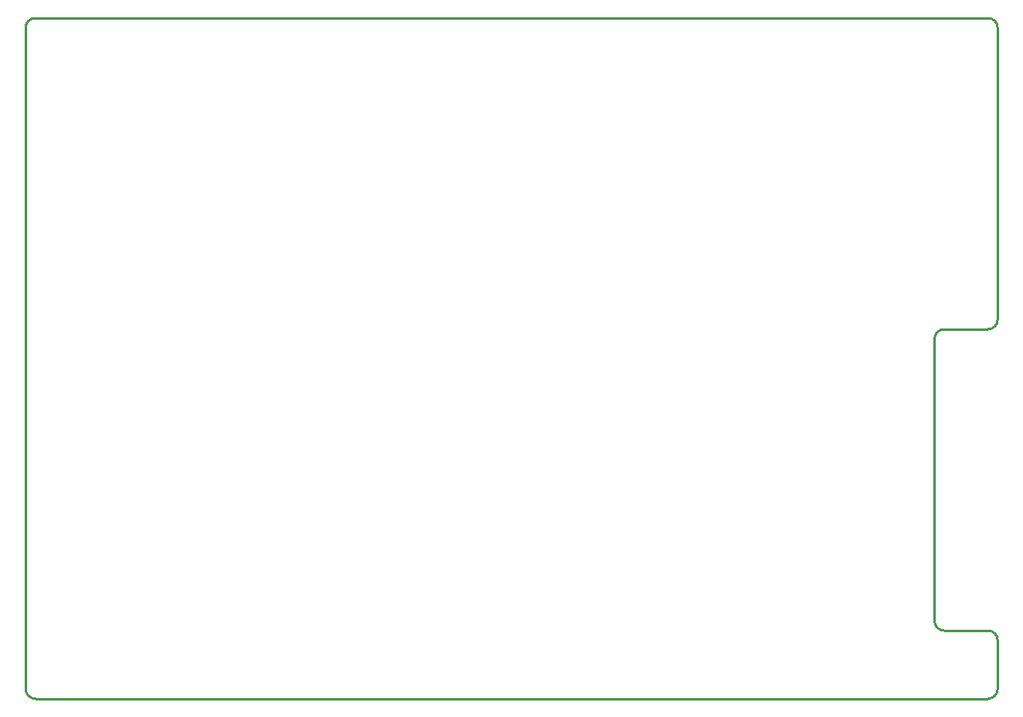
<source format=gbr>
G04 #@! TF.GenerationSoftware,KiCad,Pcbnew,5.1.0-rc2-unknown-036be7d~80~ubuntu16.04.1*
G04 #@! TF.CreationDate,2023-03-31T11:14:17+03:00*
G04 #@! TF.ProjectId,ESP32-C6-EVB_Rev_A,45535033-322d-4433-962d-4556425f5265,A*
G04 #@! TF.SameCoordinates,Original*
G04 #@! TF.FileFunction,Profile,NP*
%FSLAX46Y46*%
G04 Gerber Fmt 4.6, Leading zero omitted, Abs format (unit mm)*
G04 Created by KiCad (PCBNEW 5.1.0-rc2-unknown-036be7d~80~ubuntu16.04.1) date 2023-03-31 11:14:17*
%MOMM*%
%LPD*%
G04 APERTURE LIST*
%ADD10C,0.254000*%
G04 APERTURE END LIST*
D10*
X90000000Y-56000000D02*
G75*
G02X91000000Y-55000000I1000000J0D01*
G01*
X91000000Y-125000000D02*
G75*
G02X90000000Y-124000000I0J1000000D01*
G01*
X189000000Y-55000000D02*
G75*
G02X190000000Y-56000000I0J-1000000D01*
G01*
X190000000Y-124000000D02*
G75*
G02X189000000Y-125000000I-1000000J0D01*
G01*
X184500000Y-118000000D02*
G75*
G02X183500000Y-117000000I0J1000000D01*
G01*
X183500000Y-88000000D02*
G75*
G02X184500000Y-87000000I1000000J0D01*
G01*
X190000000Y-86000000D02*
G75*
G02X189000000Y-87000000I-1000000J0D01*
G01*
X189000000Y-118000000D02*
G75*
G02X190000000Y-119000000I0J-1000000D01*
G01*
X190000000Y-119000000D02*
X190000000Y-124000000D01*
X184500000Y-87000000D02*
X189000000Y-87000000D01*
X183500000Y-117000000D02*
X183500000Y-88000000D01*
X189000000Y-118000000D02*
X184500000Y-118000000D01*
X90000000Y-56000000D02*
X90000000Y-124000000D01*
X189000000Y-55000000D02*
X91000000Y-55000000D01*
X190000000Y-86000000D02*
X190000000Y-56000000D01*
X91000000Y-125000000D02*
X189000000Y-125000000D01*
M02*

</source>
